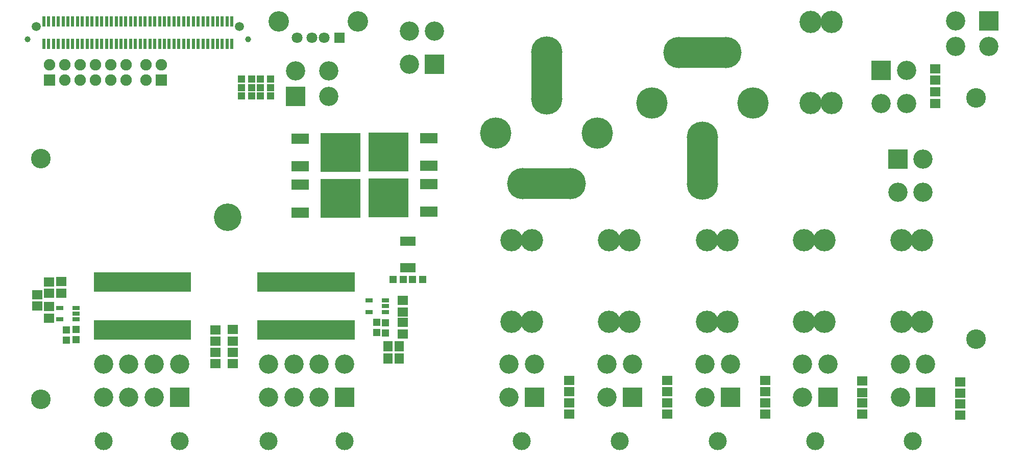
<source format=gts>
G04 DipTrace 3.0.0.2*
G04 Power_Board.GTS*
%MOIN*%
G04 #@! TF.FileFunction,Soldermask,Top*
G04 #@! TF.Part,Single*
%ADD28C,0.125984*%
%ADD47C,0.11811*%
%ADD48C,0.059055*%
%ADD49C,0.03937*%
%ADD50C,0.18*%
%ADD51C,0.128346*%
%ADD63R,0.059055X0.066929*%
%ADD65R,0.051181X0.031496*%
%ADD67R,0.322835X0.125984*%
%ADD69R,0.047244X0.051181*%
%ADD73C,0.145669*%
%ADD75R,0.26378X0.251969*%
%ADD77R,0.116142X0.066929*%
%ADD79R,0.019685X0.062992*%
%ADD81R,0.066929X0.059055*%
%ADD83R,0.314961X0.204724*%
%ADD85R,0.204724X0.314961*%
%ADD87C,0.204724*%
%ADD89C,0.133858*%
%ADD90C,0.070866*%
%ADD92R,0.070866X0.070866*%
%ADD94R,0.022835X0.066929*%
%ADD96C,0.074803*%
%ADD98R,0.074803X0.074803*%
%ADD101R,0.125984X0.125984*%
%ADD103R,0.051181X0.047244*%
%FSLAX26Y26*%
G04*
G70*
G90*
G75*
G01*
G04 TopMask*
%LPD*%
D103*
X2091535Y2770669D3*
X2024606D3*
X2091535Y2824803D3*
X2024606D3*
X2091535Y2878937D3*
X2024606D3*
D101*
X3813976Y802165D3*
D28*
X3648622D3*
Y1018701D3*
X3813976D3*
D47*
X3731299Y514764D3*
D101*
X4453740Y802165D3*
D28*
X4288386D3*
Y1018701D3*
X4453740D3*
D47*
X4371063Y514764D3*
D101*
X5093504Y802165D3*
D28*
X4928150D3*
Y1018701D3*
X5093504D3*
D47*
X5010827Y514764D3*
D101*
X5730610Y802165D3*
D28*
X5565256D3*
Y1018701D3*
X5730610D3*
D47*
X5647933Y514764D3*
D101*
X6368110Y802165D3*
D28*
X6202756D3*
Y1018701D3*
X6368110D3*
D47*
X6285433Y514764D3*
D101*
X6077756Y2937992D3*
D28*
X6243110D3*
Y2721457D3*
X6077756D3*
D101*
X3162402Y2977362D3*
D28*
X2997047D3*
Y3193898D3*
X3162402D3*
D101*
X6781496Y3260827D3*
D28*
Y3095472D3*
X6564961D3*
Y3260827D3*
D101*
X2253937Y2767717D3*
D28*
Y2933071D3*
X2470472D3*
Y2767717D3*
D101*
X6186024Y2357283D3*
D28*
X6351378D3*
Y2140748D3*
X6186024D3*
D101*
X1496063Y802165D3*
D28*
X1330709D3*
X1165354D3*
X1000000D3*
Y1018701D3*
X1165354D3*
X1330709D3*
X1496063D3*
D47*
X1000000Y514764D3*
X1496063D3*
D101*
X2573819Y802165D3*
D28*
X2408465D3*
X2243110D3*
X2077756D3*
Y1018701D3*
X2243110D3*
X2408465D3*
X2573819D3*
D47*
X2077756Y514764D3*
X2573819D3*
D98*
X646654Y2872441D3*
D96*
Y2972441D3*
X746654Y2872441D3*
Y2972441D3*
X846654Y2872441D3*
Y2972441D3*
X946654Y2872441D3*
Y2972441D3*
X1046654Y2872441D3*
Y2972441D3*
X1146654Y2872441D3*
Y2972441D3*
D98*
X1377953Y2874016D3*
D96*
Y2974016D3*
X1277953Y2874016D3*
Y2974016D3*
D94*
X1838631Y3257857D3*
X1807135D3*
X1775639D3*
X1744143D3*
X1712647D3*
X1681151D3*
X1649655D3*
X1618159D3*
X1586663D3*
X1555167D3*
X1523671D3*
X1492175D3*
X1460678D3*
X1429182D3*
X1397686D3*
X1366190D3*
X1334694D3*
X1303198D3*
X1271702D3*
X1240206D3*
X1208710D3*
X1177214D3*
X1145718D3*
X1114222D3*
X1082726D3*
X1051230D3*
X1019734D3*
X988238D3*
X956741D3*
X925245D3*
X893749D3*
X862253D3*
X830757D3*
X799261D3*
X767765D3*
X736269D3*
X704773D3*
X673277D3*
X641781D3*
X610285D3*
Y3112188D3*
X641781D3*
X673277D3*
X704773D3*
X736269D3*
X767765D3*
X799261D3*
X830757D3*
X862253D3*
X893749D3*
X925245D3*
X956741D3*
X988238D3*
X1019734D3*
X1051230D3*
X1082726D3*
X1114222D3*
X1145718D3*
X1177214D3*
X1208710D3*
X1240206D3*
X1271702D3*
X1303198D3*
X1334694D3*
X1366190D3*
X1397686D3*
X1429182D3*
X1460678D3*
X1492175D3*
X1523671D3*
X1555167D3*
X1586663D3*
X1618159D3*
X1649655D3*
X1681151D3*
X1712647D3*
X1744143D3*
X1775639D3*
X1807135D3*
X1838631D3*
D48*
X1887844Y3222424D3*
X561072D3*
D49*
X503001Y3139747D3*
X1945915D3*
D50*
X1811827Y1977526D3*
D92*
X2539370Y3149606D3*
D90*
X2440945D3*
X2362205D3*
X2263780D3*
D89*
X2660236Y3255906D3*
X2142913D3*
D103*
X1968504Y2770669D3*
X1901575D3*
X1968504Y2824803D3*
X1901575D3*
X1968504Y2878937D3*
X1901575D3*
D87*
X3892717Y3056102D3*
D85*
Y2902559D3*
D87*
Y2749016D3*
X4223425Y2528543D3*
X3562008D3*
D83*
X3892717Y2197835D3*
D87*
X3739173D3*
X4046260D3*
D81*
X1732283Y1020648D3*
Y1095451D3*
X1845472Y1020648D3*
Y1095451D3*
D79*
X2947835Y1648622D3*
X2967520D3*
X2987205D3*
X3006890D3*
X3026575D3*
Y1821850D3*
X3006890D3*
X2987205D3*
X2967520D3*
X2947835D3*
D77*
X2283465Y2189961D3*
X2283484Y2008858D3*
D75*
X2547244Y2099409D3*
D77*
X3125000Y2012795D3*
X3124980Y2193898D3*
D75*
X2861220Y2103346D3*
D77*
X2283465Y2490157D3*
X2283484Y2309055D3*
D75*
X2547244Y2399606D3*
D77*
X3125000Y2312992D3*
X3124980Y2494094D3*
D75*
X2861220Y2403543D3*
D103*
X2957677Y1569882D3*
X2890748D3*
X3085630D3*
X3018701D3*
D81*
X1732283Y1242105D3*
Y1167302D3*
X1845472Y1243089D3*
Y1168286D3*
X4040354Y688976D3*
Y763780D3*
D73*
X3799213Y1825787D3*
X3665354Y1295472D3*
Y1825787D3*
X3799213Y1295472D3*
D81*
X4040354Y910433D3*
Y835630D3*
X4680118Y688976D3*
Y763780D3*
D73*
X4434055Y1825787D3*
X4300197Y1295472D3*
Y1825787D3*
X4434055Y1295472D3*
D81*
X4680118Y910433D3*
Y835630D3*
X5319882Y688976D3*
Y763780D3*
D73*
X5073819Y1825787D3*
X4939961Y1295472D3*
Y1825787D3*
X5073819Y1295472D3*
D81*
X5319882Y910433D3*
Y835630D3*
X5954724Y688976D3*
Y763780D3*
D73*
X5708661Y1825787D3*
X5574803Y1295472D3*
Y1825787D3*
X5708661Y1295472D3*
D81*
X5954724Y906496D3*
Y831693D3*
X6594488Y684055D3*
Y758858D3*
D73*
X6343504Y1825787D3*
X6209646Y1295472D3*
Y1825787D3*
X6343504Y1295472D3*
D81*
X6594488Y901575D3*
Y826772D3*
X6432087Y2947835D3*
Y2873031D3*
D73*
X5752953Y3252953D3*
X5619094Y2722638D3*
Y3252953D3*
X5752953Y2722638D3*
D81*
X6432087Y2721457D3*
Y2796260D3*
X723425Y1481299D3*
Y1556102D3*
D69*
X757874Y1240157D3*
Y1173228D3*
D67*
X1412402Y1240157D3*
Y1555118D3*
X1097441Y1240157D3*
Y1555118D3*
D81*
X644685Y1392717D3*
Y1317913D3*
X565945Y1471457D3*
Y1396654D3*
X644685Y1555118D3*
Y1480315D3*
D69*
X821850Y1176181D3*
Y1243110D3*
D65*
Y1309055D3*
Y1346457D3*
Y1383858D3*
X715551D3*
Y1309055D3*
D63*
X2931102Y1055118D3*
X2856299D3*
D69*
X2785433Y1289370D3*
Y1222441D3*
D67*
X2480315Y1240157D3*
Y1555118D3*
X2165354Y1240157D3*
Y1555118D3*
D81*
X2952756Y1358268D3*
Y1433071D3*
Y1215551D3*
Y1290354D3*
D63*
X2856299Y1134843D3*
X2931102D3*
D69*
X2839567Y1220472D3*
Y1287402D3*
D65*
Y1358268D3*
Y1395669D3*
Y1433071D3*
X2733268D3*
Y1358268D3*
D87*
X4911417Y2194882D3*
D85*
Y2348425D3*
D87*
Y2501969D3*
X4580709Y2722441D3*
X5242126D3*
D83*
X4911417Y3053150D3*
D87*
X5064961D3*
X4757874D3*
D51*
X6696850Y2755906D3*
Y1181102D3*
X590551Y787402D3*
Y2362205D3*
M02*

</source>
